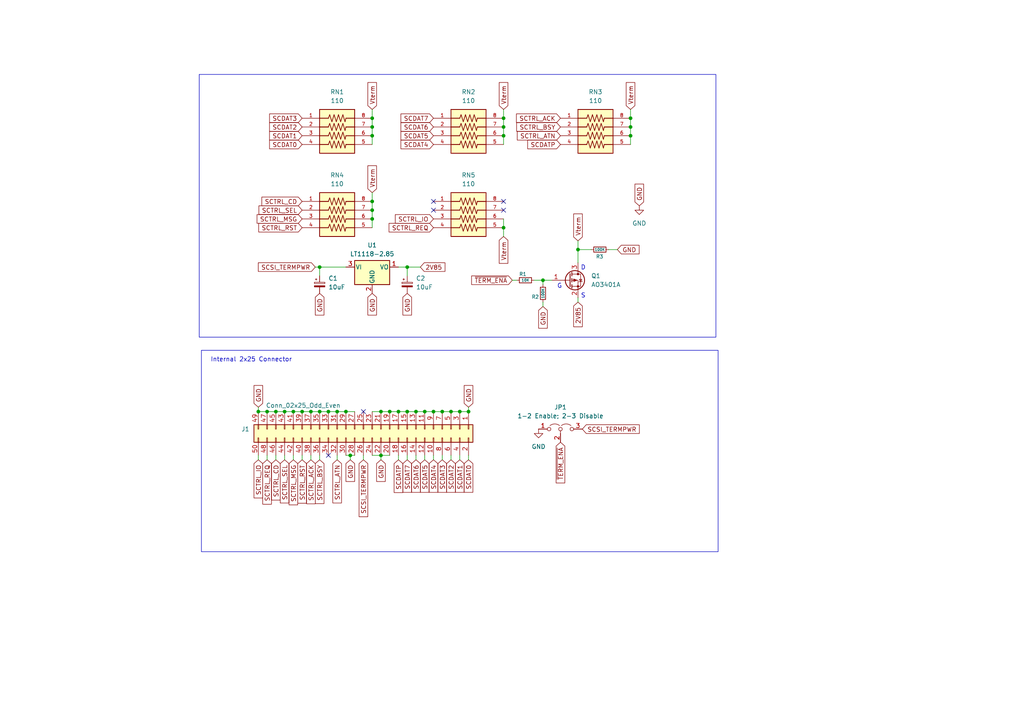
<source format=kicad_sch>
(kicad_sch (version 20250114) (generator "eeschema") (generator_version "9.0")
  (paper "A4")
  (title_block (title "A4092 backpanel PCB") (rev "PROTO0") (company "amiga.technology"))
  (lib_symbols
    (symbol "Connector_Generic:Conn_02x25_Odd_Even" (pin_names (offset 1.016) (hide yes))
      (property "Reference" "J" (at 1.27 33.02 0))
      (property "Value" "Conn_02x25_Odd_Even" (at 1.27 -33.02 0))
      (symbol "Conn_02x25_Odd_Even_1_1"
        (rectangle (start -1.27 31.75) (end 3.81 -31.75) (stroke (width 0.254)) (fill (type background)))
        (rectangle (start -1.27 30.607) (end 0 30.353) (stroke (width 0.1524)))
        (rectangle (start -1.27 28.067) (end 0 27.813) (stroke (width 0.1524)))
        (rectangle (start -1.27 25.527) (end 0 25.273) (stroke (width 0.1524)))
        (rectangle (start -1.27 22.987) (end 0 22.733) (stroke (width 0.1524)))
        (rectangle (start -1.27 20.447) (end 0 20.193) (stroke (width 0.1524)))
        (rectangle (start -1.27 17.907) (end 0 17.653) (stroke (width 0.1524)))
        (rectangle (start -1.27 15.367) (end 0 15.113) (stroke (width 0.1524)))
        (rectangle (start -1.27 12.827) (end 0 12.573) (stroke (width 0.1524)))
        (rectangle (start -1.27 10.287) (end 0 10.033) (stroke (width 0.1524)))
        (rectangle (start -1.27 7.747) (end 0 7.493) (stroke (width 0.1524)))
        (rectangle (start -1.27 5.207) (end 0 4.953) (stroke (width 0.1524)))
        (rectangle (start -1.27 2.667) (end 0 2.413) (stroke (width 0.1524)))
        (rectangle (start -1.27 0.127) (end 0 -0.127) (stroke (width 0.1524)))
        (rectangle (start -1.27 -2.413) (end 0 -2.667) (stroke (width 0.1524)))
        (rectangle (start -1.27 -4.953) (end 0 -5.207) (stroke (width 0.1524)))
        (rectangle (start -1.27 -7.493) (end 0 -7.747) (stroke (width 0.1524)))
        (rectangle (start -1.27 -10.033) (end 0 -10.287) (stroke (width 0.1524)))
        (rectangle (start -1.27 -12.573) (end 0 -12.827) (stroke (width 0.1524)))
        (rectangle (start -1.27 -15.113) (end 0 -15.367) (stroke (width 0.1524)))
        (rectangle (start -1.27 -17.653) (end 0 -17.907) (stroke (width 0.1524)))
        (rectangle (start -1.27 -20.193) (end 0 -20.447) (stroke (width 0.1524)))
        (rectangle (start -1.27 -22.733) (end 0 -22.987) (stroke (width 0.1524)))
        (rectangle (start -1.27 -25.273) (end 0 -25.527) (stroke (width 0.1524)))
        (rectangle (start -1.27 -27.813) (end 0 -28.067) (stroke (width 0.1524)))
        (rectangle (start -1.27 -30.353) (end 0 -30.607) (stroke (width 0.1524)))
        (rectangle (start 3.81 30.607) (end 2.54 30.353) (stroke (width 0.1524)))
        (rectangle (start 3.81 28.067) (end 2.54 27.813) (stroke (width 0.1524)))
        (rectangle (start 3.81 25.527) (end 2.54 25.273) (stroke (width 0.1524)))
        (rectangle (start 3.81 22.987) (end 2.54 22.733) (stroke (width 0.1524)))
        (rectangle (start 3.81 20.447) (end 2.54 20.193) (stroke (width 0.1524)))
        (rectangle (start 3.81 17.907) (end 2.54 17.653) (stroke (width 0.1524)))
        (rectangle (start 3.81 15.367) (end 2.54 15.113) (stroke (width 0.1524)))
        (rectangle (start 3.81 12.827) (end 2.54 12.573) (stroke (width 0.1524)))
        (rectangle (start 3.81 10.287) (end 2.54 10.033) (stroke (width 0.1524)))
        (rectangle (start 3.81 7.747) (end 2.54 7.493) (stroke (width 0.1524)))
        (rectangle (start 3.81 5.207) (end 2.54 4.953) (stroke (width 0.1524)))
        (rectangle (start 3.81 2.667) (end 2.54 2.413) (stroke (width 0.1524)))
        (rectangle (start 3.81 0.127) (end 2.54 -0.127) (stroke (width 0.1524)))
        (rectangle (start 3.81 -2.413) (end 2.54 -2.667) (stroke (width 0.1524)))
        (rectangle (start 3.81 -4.953) (end 2.54 -5.207) (stroke (width 0.1524)))
        (rectangle (start 3.81 -7.493) (end 2.54 -7.747) (stroke (width 0.1524)))
        (rectangle (start 3.81 -10.033) (end 2.54 -10.287) (stroke (width 0.1524)))
        (rectangle (start 3.81 -12.573) (end 2.54 -12.827) (stroke (width 0.1524)))
        (rectangle (start 3.81 -15.113) (end 2.54 -15.367) (stroke (width 0.1524)))
        (rectangle (start 3.81 -17.653) (end 2.54 -17.907) (stroke (width 0.1524)))
        (rectangle (start 3.81 -20.193) (end 2.54 -20.447) (stroke (width 0.1524)))
        (rectangle (start 3.81 -22.733) (end 2.54 -22.987) (stroke (width 0.1524)))
        (rectangle (start 3.81 -25.273) (end 2.54 -25.527) (stroke (width 0.1524)))
        (rectangle (start 3.81 -27.813) (end 2.54 -28.067) (stroke (width 0.1524)))
        (rectangle (start 3.81 -30.353) (end 2.54 -30.607) (stroke (width 0.1524)))
        (pin passive line (at -5.08 30.48 0) (length 3.81) (name "Pin_1") (number "1"))
        (pin passive line (at -5.08 27.94 0) (length 3.81) (name "Pin_3") (number "3"))
        (pin passive line (at -5.08 25.4 0) (length 3.81) (name "Pin_5") (number "5"))
        (pin passive line (at -5.08 22.86 0) (length 3.81) (name "Pin_7") (number "7"))
        (pin passive line (at -5.08 20.32 0) (length 3.81) (name "Pin_9") (number "9"))
        (pin passive line (at -5.08 17.78 0) (length 3.81) (name "Pin_11") (number "11"))
        (pin passive line (at -5.08 15.24 0) (length 3.81) (name "Pin_13") (number "13"))
        (pin passive line (at -5.08 12.7 0) (length 3.81) (name "Pin_15") (number "15"))
        (pin passive line (at -5.08 10.16 0) (length 3.81) (name "Pin_17") (number "17"))
        (pin passive line (at -5.08 7.62 0) (length 3.81) (name "Pin_19") (number "19"))
        (pin passive line (at -5.08 5.08 0) (length 3.81) (name "Pin_21") (number "21"))
        (pin passive line (at -5.08 2.54 0) (length 3.81) (name "Pin_23") (number "23"))
        (pin passive line (at -5.08 0 0) (length 3.81) (name "Pin_25") (number "25"))
        (pin passive line (at -5.08 -2.54 0) (length 3.81) (name "Pin_27") (number "27"))
        (pin passive line (at -5.08 -5.08 0) (length 3.81) (name "Pin_29") (number "29"))
        (pin passive line (at -5.08 -7.62 0) (length 3.81) (name "Pin_31") (number "31"))
        (pin passive line (at -5.08 -10.16 0) (length 3.81) (name "Pin_33") (number "33"))
        (pin passive line (at -5.08 -12.7 0) (length 3.81) (name "Pin_35") (number "35"))
        (pin passive line (at -5.08 -15.24 0) (length 3.81) (name "Pin_37") (number "37"))
        (pin passive line (at -5.08 -17.78 0) (length 3.81) (name "Pin_39") (number "39"))
        (pin passive line (at -5.08 -20.32 0) (length 3.81) (name "Pin_41") (number "41"))
        (pin passive line (at -5.08 -22.86 0) (length 3.81) (name "Pin_43") (number "43"))
        (pin passive line (at -5.08 -25.4 0) (length 3.81) (name "Pin_45") (number "45"))
        (pin passive line (at -5.08 -27.94 0) (length 3.81) (name "Pin_47") (number "47"))
        (pin passive line (at -5.08 -30.48 0) (length 3.81) (name "Pin_49") (number "49"))
        (pin passive line (at 7.62 30.48 180) (length 3.81) (name "Pin_2") (number "2"))
        (pin passive line (at 7.62 27.94 180) (length 3.81) (name "Pin_4") (number "4"))
        (pin passive line (at 7.62 25.4 180) (length 3.81) (name "Pin_6") (number "6"))
        (pin passive line (at 7.62 22.86 180) (length 3.81) (name "Pin_8") (number "8"))
        (pin passive line (at 7.62 20.32 180) (length 3.81) (name "Pin_10") (number "10"))
        (pin passive line (at 7.62 17.78 180) (length 3.81) (name "Pin_12") (number "12"))
        (pin passive line (at 7.62 15.24 180) (length 3.81) (name "Pin_14") (number "14"))
        (pin passive line (at 7.62 12.7 180) (length 3.81) (name "Pin_16") (number "16"))
        (pin passive line (at 7.62 10.16 180) (length 3.81) (name "Pin_18") (number "18"))
        (pin passive line (at 7.62 7.62 180) (length 3.81) (name "Pin_20") (number "20"))
        (pin passive line (at 7.62 5.08 180) (length 3.81) (name "Pin_22") (number "22"))
        (pin passive line (at 7.62 2.54 180) (length 3.81) (name "Pin_24") (number "24"))
        (pin passive line (at 7.62 0 180) (length 3.81) (name "Pin_26") (number "26"))
        (pin passive line (at 7.62 -2.54 180) (length 3.81) (name "Pin_28") (number "28"))
        (pin passive line (at 7.62 -5.08 180) (length 3.81) (name "Pin_30") (number "30"))
        (pin passive line (at 7.62 -7.62 180) (length 3.81) (name "Pin_32") (number "32"))
        (pin passive line (at 7.62 -10.16 180) (length 3.81) (name "Pin_34") (number "34"))
        (pin passive line (at 7.62 -12.7 180) (length 3.81) (name "Pin_36") (number "36"))
        (pin passive line (at 7.62 -15.24 180) (length 3.81) (name "Pin_38") (number "38"))
        (pin passive line (at 7.62 -17.78 180) (length 3.81) (name "Pin_40") (number "40"))
        (pin passive line (at 7.62 -20.32 180) (length 3.81) (name "Pin_42") (number "42"))
        (pin passive line (at 7.62 -22.86 180) (length 3.81) (name "Pin_44") (number "44"))
        (pin passive line (at 7.62 -25.4 180) (length 3.81) (name "Pin_46") (number "46"))
        (pin passive line (at 7.62 -27.94 180) (length 3.81) (name "Pin_48") (number "48"))
        (pin passive line (at 7.62 -30.48 180) (length 3.81) (name "Pin_50") (number "50"))
      )
    )
    (symbol "Device:C_Polarized_Small" (pin_numbers (hide yes)) (pin_names (offset 0.254) (hide yes))
      (property "Reference" "C" (at 0.254 1.778 0))
      (property "Value" "C_Polarized_Small" (at 0.254 -2.032 0))
      (symbol "C_Polarized_Small_0_1"
        (rectangle (start -1.524 0.6858) (end 1.524 0.3048))
        (rectangle (start -1.524 -0.3048) (end 1.524 -0.6858) (fill (type outline)))
        (polyline (pts (xy -1.27 1.524) (xy -0.762 1.524)))
        (polyline (pts (xy -1.016 1.27) (xy -1.016 1.778)))
      )
      (symbol "C_Polarized_Small_1_1"
        (pin passive line (at 0 2.54 270) (length 1.8542) (name "~") (number "1"))
        (pin passive line (at 0 -2.54 90) (length 1.8542) (name "~") (number "2"))
      )
    )
    (symbol "Device:R_Small" (pin_numbers (hide yes)) (pin_names (offset 0.254) (hide yes))
      (property "Reference" "R" (at 0 0 90))
      (property "Value" "R_Small" (at 1.778 0 90))
      (symbol "R_Small_0_1"
        (rectangle (start -0.762 1.778) (end 0.762 -1.778) (stroke (width 0.2032)))
      )
      (symbol "R_Small_1_1"
        (pin passive line (at 0 2.54 270) (length 0.762) (name "~") (number "1"))
        (pin passive line (at 0 -2.54 90) (length 0.762) (name "~") (number "2"))
      )
    )
    (symbol "Jumper:Jumper_3_Open" (pin_names (offset 0) (hide yes)) (in_bom no)
      (property "Reference" "JP" (at -2.54 -2.54 0))
      (property "Value" "Jumper_3_Open" (at 0 2.794 0))
      (symbol "Jumper_3_Open_0_0"
        (circle (center -3.302 0) (radius 0.508))
        (circle (center 0 0) (radius 0.508))
        (circle (center 3.302 0) (radius 0.508))
      )
      (symbol "Jumper_3_Open_0_1"
        (arc (start -3.048 1.016) (mid -1.651 1.4992) (end -0.254 1.016))
        (polyline (pts (xy 0 -0.508) (xy 0 -1.27)))
        (arc (start 0.254 1.016) (mid 1.651 1.4992) (end 3.048 1.016))
      )
      (symbol "Jumper_3_Open_1_1"
        (pin passive line (at -6.35 0 0) (length 2.54) (name "A") (number "1"))
        (pin passive line (at 0 -3.81 90) (length 2.54) (name "C") (number "2"))
        (pin passive line (at 6.35 0 180) (length 2.54) (name "B") (number "3"))
      )
    )
    (symbol "LT1118:LT1118-2.85" (pin_names (offset 0.254))
      (property "Reference" "U" (at -3.81 3.175 0))
      (property "Value" "LT1118-2.85" (at 0 3.175 0))
      (symbol "LT1118-2.85_0_1"
        (rectangle (start -5.08 1.905) (end 5.08 -5.08) (stroke (width 0.254)) (fill (type background)))
      )
      (symbol "LT1118-2.85_1_1"
        (pin power_in line (at -7.62 0 0) (length 2.54) (name "VI") (number "3"))
        (pin input line (at 0 -7.62 90) (length 2.54) (name "GND") (number "2"))
        (pin power_out line (at 7.62 0 180) (length 2.54) (name "VO") (number "1"))
      )
    )
    (symbol "Transistor_FET:AO3401A" (pin_names (hide yes))
      (property "Reference" "Q" (at 5.08 1.905 0))
      (property "Value" "AO3401A" (at 5.08 0 0))
      (symbol "AO3401A_0_1"
        (polyline (pts (xy 0.254 1.905) (xy 0.254 -1.905)) (stroke (width 0.254)))
        (polyline (pts (xy 0.254 0) (xy -2.54 0)))
        (polyline (pts (xy 0.762 2.286) (xy 0.762 1.27)) (stroke (width 0.254)))
        (polyline (pts (xy 0.762 1.778) (xy 3.302 1.778) (xy 3.302 -1.778) (xy 0.762 -1.778)))
        (polyline (pts (xy 0.762 0.508) (xy 0.762 -0.508)) (stroke (width 0.254)))
        (polyline (pts (xy 0.762 -1.27) (xy 0.762 -2.286)) (stroke (width 0.254)))
        (circle (center 1.651 0) (radius 2.794) (stroke (width 0.254)))
        (polyline (pts (xy 2.286 0) (xy 1.27 0.381) (xy 1.27 -0.381) (xy 2.286 0)) (fill (type outline)))
        (polyline (pts (xy 2.54 2.54) (xy 2.54 1.778)))
        (circle (center 2.54 1.778) (radius 0.254) (fill (type outline)))
        (circle (center 2.54 -1.778) (radius 0.254) (fill (type outline)))
        (polyline (pts (xy 2.54 -2.54) (xy 2.54 0) (xy 0.762 0)))
        (polyline (pts (xy 2.794 -0.508) (xy 2.921 -0.381) (xy 3.683 -0.381) (xy 3.81 -0.254)))
        (polyline (pts (xy 3.302 -0.381) (xy 2.921 0.254) (xy 3.683 0.254) (xy 3.302 -0.381)))
      )
      (symbol "AO3401A_1_1"
        (pin input line (at -5.08 0 0) (length 2.54) (name "G") (number "1"))
        (pin passive line (at 2.54 5.08 270) (length 2.54) (name "D") (number "3"))
        (pin passive line (at 2.54 -5.08 90) (length 2.54) (name "S") (number "2"))
      )
    )
    (symbol "YC324-FK-071KL:YC324-FK-071KL" (pin_names (offset 1.016))
      (property "Reference" "R" (at -5.08 8.128 0))
      (property "Value" "YC324-FK-071KL" (at -5.08 -7.62 0))
      (symbol "YC324-FK-071KL_0_0"
        (rectangle (start -5.08 -5.08) (end 5.08 7.62) (stroke (width 0.254)) (fill (type background)))
        (polyline (pts (xy -2.54 5.08) (xy -5.08 5.08)) (stroke (width 0.254)))
        (polyline (pts (xy -2.54 5.08) (xy -2.159 6.096)) (stroke (width 0.2032)))
        (polyline (pts (xy -2.54 2.54) (xy -5.08 2.54)) (stroke (width 0.254)))
        (polyline (pts (xy -2.54 2.54) (xy -2.159 3.556)) (stroke (width 0.2032)))
        (polyline (pts (xy -2.54 0) (xy -5.08 0)) (stroke (width 0.254)))
        (polyline (pts (xy -2.54 0) (xy -2.159 1.016)) (stroke (width 0.2032)))
        (polyline (pts (xy -2.54 -2.54) (xy -5.08 -2.54)) (stroke (width 0.254)))
        (polyline (pts (xy -2.54 -2.54) (xy -2.159 -1.524)) (stroke (width 0.2032)))
        (polyline (pts (xy -2.159 6.096) (xy -1.524 4.064)) (stroke (width 0.2032)))
        (polyline (pts (xy -2.159 3.556) (xy -1.524 1.524)) (stroke (width 0.2032)))
        (polyline (pts (xy -2.159 1.016) (xy -1.524 -1.016)) (stroke (width 0.2032)))
        (polyline (pts (xy -2.159 -1.524) (xy -1.524 -3.556)) (stroke (width 0.2032)))
        (polyline (pts (xy -1.524 4.064) (xy -0.889 6.096)) (stroke (width 0.2032)))
        (polyline (pts (xy -1.524 1.524) (xy -0.889 3.556)) (stroke (width 0.2032)))
        (polyline (pts (xy -1.524 -1.016) (xy -0.889 1.016)) (stroke (width 0.2032)))
        (polyline (pts (xy -1.524 -3.556) (xy -0.889 -1.524)) (stroke (width 0.2032)))
        (polyline (pts (xy -0.889 6.096) (xy -0.254 4.064)) (stroke (width 0.2032)))
        (polyline (pts (xy -0.889 3.556) (xy -0.254 1.524)) (stroke (width 0.2032)))
        (polyline (pts (xy -0.889 1.016) (xy -0.254 -1.016)) (stroke (width 0.2032)))
        (polyline (pts (xy -0.889 -1.524) (xy -0.254 -3.556)) (stroke (width 0.2032)))
        (polyline (pts (xy -0.254 4.064) (xy 0.381 6.096)) (stroke (width 0.2032)))
        (polyline (pts (xy -0.254 1.524) (xy 0.381 3.556)) (stroke (width 0.2032)))
        (polyline (pts (xy -0.254 -1.016) (xy 0.381 1.016)) (stroke (width 0.2032)))
        (polyline (pts (xy -0.254 -3.556) (xy 0.381 -1.524)) (stroke (width 0.2032)))
        (polyline (pts (xy 0.381 6.096) (xy 1.016 4.064)) (stroke (width 0.2032)))
        (polyline (pts (xy 0.381 3.556) (xy 1.016 1.524)) (stroke (width 0.2032)))
        (polyline (pts (xy 0.381 1.016) (xy 1.016 -1.016)) (stroke (width 0.2032)))
        (polyline (pts (xy 0.381 -1.524) (xy 1.016 -3.556)) (stroke (width 0.2032)))
        (polyline (pts (xy 1.016 4.064) (xy 1.651 6.096)) (stroke (width 0.2032)))
        (polyline (pts (xy 1.016 1.524) (xy 1.651 3.556)) (stroke (width 0.2032)))
        (polyline (pts (xy 1.016 -1.016) (xy 1.651 1.016)) (stroke (width 0.2032)))
        (polyline (pts (xy 1.016 -3.556) (xy 1.651 -1.524)) (stroke (width 0.2032)))
        (polyline (pts (xy 1.651 6.096) (xy 2.286 4.064)) (stroke (width 0.2032)))
        (polyline (pts (xy 1.651 3.556) (xy 2.286 1.524)) (stroke (width 0.2032)))
        (polyline (pts (xy 1.651 1.016) (xy 2.286 -1.016)) (stroke (width 0.2032)))
        (polyline (pts (xy 1.651 -1.524) (xy 2.286 -3.556)) (stroke (width 0.2032)))
        (polyline (pts (xy 2.286 4.064) (xy 2.54 5.08)) (stroke (width 0.2032)))
        (polyline (pts (xy 2.286 1.524) (xy 2.54 2.54)) (stroke (width 0.2032)))
        (polyline (pts (xy 2.286 -1.016) (xy 2.54 0)) (stroke (width 0.2032)))
        (polyline (pts (xy 2.286 -3.556) (xy 2.54 -2.54)) (stroke (width 0.2032)))
        (polyline (pts (xy 5.08 5.08) (xy 2.54 5.08)) (stroke (width 0.254)))
        (polyline (pts (xy 5.08 2.54) (xy 2.54 2.54)) (stroke (width 0.254)))
        (polyline (pts (xy 5.08 0) (xy 2.54 0)) (stroke (width 0.254)))
        (polyline (pts (xy 5.08 -2.54) (xy 2.54 -2.54)) (stroke (width 0.254)))
        (pin passive line (at -10.16 5.08 0) (length 5.08) (name "~") (number "1"))
        (pin passive line (at -10.16 2.54 0) (length 5.08) (name "~") (number "2"))
        (pin passive line (at -10.16 0 0) (length 5.08) (name "~") (number "3"))
        (pin passive line (at -10.16 -2.54 0) (length 5.08) (name "~") (number "4"))
        (pin passive line (at 10.16 5.08 180) (length 5.08) (name "~") (number "8"))
        (pin passive line (at 10.16 2.54 180) (length 5.08) (name "~") (number "7"))
        (pin passive line (at 10.16 0 180) (length 5.08) (name "~") (number "6"))
        (pin passive line (at 10.16 -2.54 180) (length 5.08) (name "~") (number "5"))
      )
    )
    (symbol "power:GND" (power) (pin_numbers (hide yes)) (pin_names (offset 0) (hide yes))
      (property "Value" "GND" (at 0 -3.81 0))
      (symbol "GND_0_1"
        (polyline (pts (xy 0 0) (xy 0 -1.27) (xy 1.27 -1.27) (xy 0 -2.54) (xy -1.27 -1.27) (xy 0 -1.27)))
      )
      (symbol "GND_1_1"
        (pin power_in line (at 0 0 270) (length 0) (name "~") (number "1"))
      )
    )
  )
  (rectangle (start 57.785 21.59) (end 207.645 97.79))
  (rectangle (start 58.42 101.6) (end 208.28 160.02))
  (text "Internal 2x25 Connector" (at 72.898 104.394 0) (effects (font (size 1.27 1.27))))
  (text "G" (at 162.306 83.058 0) (effects (font (size 1.27 1.27))))
  (text "D" (at 169.164 77.724 0) (effects (font (size 1.27 1.27))))
  (text "S" (at 169.164 85.852 0) (effects (font (size 1.27 1.27))))
  (junction (at 133.35 119.38))
  (junction (at 92.71 119.38))
  (junction (at 120.65 119.38))
  (junction (at 118.11 119.38))
  (junction (at 85.09 119.38))
  (junction (at 90.17 119.38))
  (junction (at 130.81 119.38))
  (junction (at 100.33 119.38))
  (junction (at 113.03 119.38))
  (junction (at 123.19 119.38))
  (junction (at 167.64 72.39))
  (junction (at 110.49 132.08))
  (junction (at 107.95 39.37))
  (junction (at 146.05 39.37))
  (junction (at 110.49 119.38))
  (junction (at 80.01 119.38))
  (junction (at 146.05 34.29))
  (junction (at 118.11 77.47))
  (junction (at 146.05 66.04))
  (junction (at 87.63 119.38))
  (junction (at 107.95 60.96))
  (junction (at 182.88 36.83))
  (junction (at 97.79 119.38))
  (junction (at 182.88 39.37))
  (junction (at 128.27 119.38))
  (junction (at 107.95 58.42))
  (junction (at 107.95 34.29))
  (junction (at 107.95 63.5))
  (junction (at 182.88 34.29))
  (junction (at 115.57 119.38))
  (junction (at 135.89 119.38))
  (junction (at 101.6 132.08))
  (junction (at 92.71 77.47))
  (junction (at 82.55 119.38))
  (junction (at 74.93 119.38))
  (junction (at 95.25 119.38))
  (junction (at 157.48 81.28))
  (junction (at 146.05 36.83))
  (junction (at 77.47 119.38))
  (junction (at 107.95 36.83))
  (junction (at 125.73 119.38))
  (no_connect (at 125.73 58.42))
  (no_connect (at 146.05 60.96))
  (no_connect (at 105.41 119.38))
  (no_connect (at 125.73 60.96))
  (no_connect (at 95.25 132.08))
  (no_connect (at 146.05 58.42))
  (wire (pts (xy 105.41 133.35) (xy 105.41 132.08)))
  (wire (pts (xy 157.48 81.28) (xy 160.02 81.28)))
  (wire (pts (xy 182.88 34.29) (xy 182.88 36.83)))
  (wire (pts (xy 107.95 58.42) (xy 107.95 60.96)))
  (wire (pts (xy 82.55 119.38) (xy 85.09 119.38)))
  (wire (pts (xy 120.65 119.38) (xy 123.19 119.38)))
  (wire (pts (xy 92.71 80.01) (xy 92.71 77.47)))
  (wire (pts (xy 123.19 133.35) (xy 123.19 132.08)))
  (wire (pts (xy 182.88 39.37) (xy 182.88 41.91)))
  (wire (pts (xy 115.57 132.08) (xy 115.57 133.35)))
  (wire (pts (xy 167.64 69.85) (xy 167.64 72.39)))
  (wire (pts (xy 80.01 132.08) (xy 80.01 133.35)))
  (wire (pts (xy 87.63 132.08) (xy 87.63 133.35)))
  (wire (pts (xy 123.19 119.38) (xy 125.73 119.38)))
  (wire (pts (xy 92.71 77.47) (xy 100.33 77.47)))
  (wire (pts (xy 146.05 68.58) (xy 146.05 66.04)))
  (wire (pts (xy 91.44 77.47) (xy 92.71 77.47)))
  (wire (pts (xy 146.05 66.04) (xy 146.05 63.5)))
  (wire (pts (xy 107.95 34.29) (xy 107.95 36.83)))
  (wire (pts (xy 146.05 31.75) (xy 146.05 34.29)))
  (wire (pts (xy 74.93 118.11) (xy 74.93 119.38)))
  (wire (pts (xy 110.49 132.08) (xy 113.03 132.08)))
  (wire (pts (xy 110.49 132.08) (xy 110.49 133.35)))
  (wire (pts (xy 85.09 132.08) (xy 85.09 133.35)))
  (wire (pts (xy 77.47 132.08) (xy 77.47 133.35)))
  (wire (pts (xy 130.81 119.38) (xy 133.35 119.38)))
  (wire (pts (xy 128.27 119.38) (xy 130.81 119.38)))
  (wire (pts (xy 100.33 132.08) (xy 101.6 132.08)))
  (wire (pts (xy 82.55 132.08) (xy 82.55 133.35)))
  (wire (pts (xy 146.05 39.37) (xy 146.05 41.91)))
  (wire (pts (xy 182.88 36.83) (xy 182.88 39.37)))
  (wire (pts (xy 179.07 72.39) (xy 176.53 72.39)))
  (wire (pts (xy 107.95 36.83) (xy 107.95 39.37)))
  (wire (pts (xy 154.94 81.28) (xy 157.48 81.28)))
  (wire (pts (xy 92.71 132.08) (xy 92.71 133.35)))
  (wire (pts (xy 121.92 77.47) (xy 118.11 77.47)))
  (wire (pts (xy 110.49 119.38) (xy 113.03 119.38)))
  (wire (pts (xy 97.79 119.38) (xy 100.33 119.38)))
  (wire (pts (xy 135.89 132.08) (xy 135.89 133.35)))
  (wire (pts (xy 100.33 119.38) (xy 102.87 119.38)))
  (wire (pts (xy 97.79 132.08) (xy 97.79 133.35)))
  (wire (pts (xy 95.25 119.38) (xy 97.79 119.38)))
  (wire (pts (xy 80.01 119.38) (xy 82.55 119.38)))
  (wire (pts (xy 107.95 55.88) (xy 107.95 58.42)))
  (wire (pts (xy 146.05 34.29) (xy 146.05 36.83)))
  (wire (pts (xy 74.93 132.08) (xy 74.93 133.35)))
  (wire (pts (xy 107.95 31.75) (xy 107.95 34.29)))
  (wire (pts (xy 125.73 119.38) (xy 128.27 119.38)))
  (wire (pts (xy 107.95 119.38) (xy 110.49 119.38)))
  (wire (pts (xy 133.35 119.38) (xy 135.89 119.38)))
  (wire (pts (xy 157.48 82.55) (xy 157.48 81.28)))
  (wire (pts (xy 128.27 132.08) (xy 128.27 133.35)))
  (wire (pts (xy 182.88 31.75) (xy 182.88 34.29)))
  (wire (pts (xy 167.64 87.63) (xy 167.64 86.36)))
  (wire (pts (xy 133.35 132.08) (xy 133.35 133.35)))
  (wire (pts (xy 90.17 119.38) (xy 92.71 119.38)))
  (wire (pts (xy 171.45 72.39) (xy 167.64 72.39)))
  (wire (pts (xy 146.05 36.83) (xy 146.05 39.37)))
  (wire (pts (xy 118.11 132.08) (xy 118.11 133.35)))
  (wire (pts (xy 92.71 119.38) (xy 95.25 119.38)))
  (wire (pts (xy 87.63 119.38) (xy 90.17 119.38)))
  (wire (pts (xy 101.6 132.08) (xy 102.87 132.08)))
  (wire (pts (xy 107.95 63.5) (xy 107.95 66.04)))
  (wire (pts (xy 101.6 132.08) (xy 101.6 133.35)))
  (wire (pts (xy 85.09 119.38) (xy 87.63 119.38)))
  (wire (pts (xy 148.59 81.28) (xy 149.86 81.28)))
  (wire (pts (xy 167.64 72.39) (xy 167.64 76.2)))
  (wire (pts (xy 90.17 132.08) (xy 90.17 133.35)))
  (wire (pts (xy 118.11 119.38) (xy 120.65 119.38)))
  (wire (pts (xy 130.81 132.08) (xy 130.81 133.35)))
  (wire (pts (xy 107.95 39.37) (xy 107.95 41.91)))
  (wire (pts (xy 113.03 119.38) (xy 115.57 119.38)))
  (wire (pts (xy 74.93 119.38) (xy 77.47 119.38)))
  (wire (pts (xy 115.57 77.47) (xy 118.11 77.47)))
  (wire (pts (xy 120.65 132.08) (xy 120.65 133.35)))
  (wire (pts (xy 77.47 119.38) (xy 80.01 119.38)))
  (wire (pts (xy 157.48 88.9) (xy 157.48 87.63)))
  (wire (pts (xy 118.11 80.01) (xy 118.11 77.47)))
  (wire (pts (xy 107.95 60.96) (xy 107.95 63.5)))
  (wire (pts (xy 107.95 132.08) (xy 110.49 132.08)))
  (wire (pts (xy 135.89 118.11) (xy 135.89 119.38)))
  (wire (pts (xy 115.57 119.38) (xy 118.11 119.38)))
  (wire (pts (xy 125.73 132.08) (xy 125.73 133.35)))
  (global_label "SCTRL_CD" (shape input) (at 80.01 133.35 270) (property "Intersheetrefs" "${INTERSHEET_REFS}" (effects (hide yes))))
  (global_label "Vterm" (shape input) (at 182.88 31.75 90) (property "Intersheetrefs" "${INTERSHEET_REFS}" (effects (hide yes))))
  (global_label "GND" (shape input) (at 135.89 118.11 90) (property "Intersheetrefs" "${INTERSHEET_REFS}" (effects (hide yes))))
  (global_label "SCTRL_MSG" (shape input) (at 85.09 133.35 270) (property "Intersheetrefs" "${INTERSHEET_REFS}" (effects (hide yes))))
  (global_label "SCTRL_MSG" (shape input) (at 87.63 63.5 180) (property "Intersheetrefs" "${INTERSHEET_REFS}" (effects (hide yes))))
  (global_label "SCDAT6" (shape input) (at 120.65 133.35 270) (property "Intersheetrefs" "${INTERSHEET_REFS}" (effects (hide yes))))
  (global_label "SCDAT0" (shape input) (at 135.89 133.35 270) (property "Intersheetrefs" "${INTERSHEET_REFS}" (effects (hide yes))))
  (global_label "~{TERM_ENA}" (shape input) (at 148.59 81.28 180) (property "Intersheetrefs" "${INTERSHEET_REFS}" (effects (hide yes))))
  (global_label "GND" (shape input) (at 110.49 133.35 270) (property "Intersheetrefs" "${INTERSHEET_REFS}" (effects (hide yes))))
  (global_label "GND" (shape input) (at 107.95 85.09 270) (property "Intersheetrefs" "${INTERSHEET_REFS}" (effects (hide yes))))
  (global_label "GND" (shape input) (at 118.11 85.09 270) (property "Intersheetrefs" "${INTERSHEET_REFS}" (effects (hide yes))))
  (global_label "SCTRL_IO" (shape input) (at 125.73 63.5 180) (property "Intersheetrefs" "${INTERSHEET_REFS}" (effects (hide yes))))
  (global_label "SCTRL_CD" (shape input) (at 87.63 58.42 180) (property "Intersheetrefs" "${INTERSHEET_REFS}" (effects (hide yes))))
  (global_label "GND" (shape input) (at 179.07 72.39 0) (property "Intersheetrefs" "${INTERSHEET_REFS}" (effects (hide yes))))
  (global_label "SCSI_TERMPWR" (shape input) (at 91.44 77.47 180) (property "Intersheetrefs" "${INTERSHEET_REFS}" (effects (hide yes))))
  (global_label "SCDAT1" (shape input) (at 133.35 133.35 270) (property "Intersheetrefs" "${INTERSHEET_REFS}" (effects (hide yes))))
  (global_label "2V85" (shape input) (at 121.92 77.47 0) (property "Intersheetrefs" "${INTERSHEET_REFS}" (effects (hide yes))))
  (global_label "SCTRL_ACK" (shape input) (at 90.17 133.35 270) (property "Intersheetrefs" "${INTERSHEET_REFS}" (effects (hide yes))))
  (global_label "SCTRL_SEL" (shape input) (at 87.63 60.96 180) (property "Intersheetrefs" "${INTERSHEET_REFS}" (effects (hide yes))))
  (global_label "SCDAT1" (shape input) (at 87.63 39.37 180) (property "Intersheetrefs" "${INTERSHEET_REFS}" (effects (hide yes))))
  (global_label "SCDAT0" (shape input) (at 87.63 41.91 180) (property "Intersheetrefs" "${INTERSHEET_REFS}" (effects (hide yes))))
  (global_label "SCDAT4" (shape input) (at 125.73 41.91 180) (property "Intersheetrefs" "${INTERSHEET_REFS}" (effects (hide yes))))
  (global_label "GND" (shape input) (at 101.6 133.35 270) (property "Intersheetrefs" "${INTERSHEET_REFS}" (effects (hide yes))))
  (global_label "SCTRL_ACK" (shape input) (at 162.56 34.29 180) (property "Intersheetrefs" "${INTERSHEET_REFS}" (effects (hide yes))))
  (global_label "GND" (shape input) (at 157.48 88.9 270) (property "Intersheetrefs" "${INTERSHEET_REFS}" (effects (hide yes))))
  (global_label "Vterm" (shape input) (at 167.64 69.85 90) (property "Intersheetrefs" "${INTERSHEET_REFS}" (effects (hide yes))))
  (global_label "2V85" (shape input) (at 167.64 87.63 270) (property "Intersheetrefs" "${INTERSHEET_REFS}" (effects (hide yes))))
  (global_label "SCTRL_RST" (shape input) (at 87.63 133.35 270) (property "Intersheetrefs" "${INTERSHEET_REFS}" (effects (hide yes))))
  (global_label "SCSI_TERMPWR" (shape input) (at 105.41 133.35 270) (property "Intersheetrefs" "${INTERSHEET_REFS}" (effects (hide yes))))
  (global_label "Vterm" (shape input) (at 146.05 68.58 270) (property "Intersheetrefs" "${INTERSHEET_REFS}" (effects (hide yes))))
  (global_label "SCDAT5" (shape input) (at 123.19 133.35 270) (property "Intersheetrefs" "${INTERSHEET_REFS}" (effects (hide yes))))
  (global_label "SCTRL_ATN" (shape input) (at 162.56 39.37 180) (property "Intersheetrefs" "${INTERSHEET_REFS}" (effects (hide yes))))
  (global_label "SCTRL_ATN" (shape input) (at 97.79 133.35 270) (property "Intersheetrefs" "${INTERSHEET_REFS}" (effects (hide yes))))
  (global_label "SCTRL_REQ" (shape input) (at 125.73 66.04 180) (property "Intersheetrefs" "${INTERSHEET_REFS}" (effects (hide yes))))
  (global_label "SCTRL_REQ" (shape input) (at 77.47 133.35 270) (property "Intersheetrefs" "${INTERSHEET_REFS}" (effects (hide yes))))
  (global_label "Vterm" (shape input) (at 107.95 31.75 90) (property "Intersheetrefs" "${INTERSHEET_REFS}" (effects (hide yes))))
  (global_label "SCDAT2" (shape input) (at 130.81 133.35 270) (property "Intersheetrefs" "${INTERSHEET_REFS}" (effects (hide yes))))
  (global_label "SCDAT5" (shape input) (at 125.73 39.37 180) (property "Intersheetrefs" "${INTERSHEET_REFS}" (effects (hide yes))))
  (global_label "GND" (shape input) (at 185.42 59.69 90) (property "Intersheetrefs" "${INTERSHEET_REFS}" (effects (hide yes))))
  (global_label "SCTRL_SEL" (shape input) (at 82.55 133.35 270) (property "Intersheetrefs" "${INTERSHEET_REFS}" (effects (hide yes))))
  (global_label "Vterm" (shape input) (at 146.05 31.75 90) (property "Intersheetrefs" "${INTERSHEET_REFS}" (effects (hide yes))))
  (global_label "SCTRL_IO" (shape input) (at 74.93 133.35 270) (property "Intersheetrefs" "${INTERSHEET_REFS}" (effects (hide yes))))
  (global_label "GND" (shape input) (at 92.71 85.09 270) (property "Intersheetrefs" "${INTERSHEET_REFS}" (effects (hide yes))))
  (global_label "SCDATP" (shape input) (at 162.56 41.91 180) (property "Intersheetrefs" "${INTERSHEET_REFS}" (effects (hide yes))))
  (global_label "SCDAT7" (shape input) (at 125.73 34.29 180) (property "Intersheetrefs" "${INTERSHEET_REFS}" (effects (hide yes))))
  (global_label "SCDAT3" (shape input) (at 87.63 34.29 180) (property "Intersheetrefs" "${INTERSHEET_REFS}" (effects (hide yes))))
  (global_label "SCDAT3" (shape input) (at 128.27 133.35 270) (property "Intersheetrefs" "${INTERSHEET_REFS}" (effects (hide yes))))
  (global_label "SCDAT7" (shape input) (at 118.11 133.35 270) (property "Intersheetrefs" "${INTERSHEET_REFS}" (effects (hide yes))))
  (global_label "~{TERM_ENA}" (shape input) (at 162.56 128.27 270) (property "Intersheetrefs" "${INTERSHEET_REFS}" (effects (hide yes))))
  (global_label "SCTRL_BSY" (shape input) (at 162.56 36.83 180) (property "Intersheetrefs" "${INTERSHEET_REFS}" (effects (hide yes))))
  (global_label "SCDAT4" (shape input) (at 125.73 133.35 270) (property "Intersheetrefs" "${INTERSHEET_REFS}" (effects (hide yes))))
  (global_label "SCDAT2" (shape input) (at 87.63 36.83 180) (property "Intersheetrefs" "${INTERSHEET_REFS}" (effects (hide yes))))
  (global_label "SCDATP" (shape input) (at 115.57 133.35 270) (property "Intersheetrefs" "${INTERSHEET_REFS}" (effects (hide yes))))
  (global_label "Vterm" (shape input) (at 107.95 55.88 90) (property "Intersheetrefs" "${INTERSHEET_REFS}" (effects (hide yes))))
  (global_label "SCSI_TERMPWR" (shape input) (at 168.91 124.46 0) (property "Intersheetrefs" "${INTERSHEET_REFS}" (effects (hide yes))))
  (global_label "SCTRL_BSY" (shape input) (at 92.71 133.35 270) (property "Intersheetrefs" "${INTERSHEET_REFS}" (effects (hide yes))))
  (global_label "GND" (shape input) (at 74.93 118.11 90) (property "Intersheetrefs" "${INTERSHEET_REFS}" (effects (hide yes))))
  (global_label "SCTRL_RST" (shape input) (at 87.63 66.04 180) (property "Intersheetrefs" "${INTERSHEET_REFS}" (effects (hide yes))))
  (global_label "SCDAT6" (shape input) (at 125.73 36.83 180) (property "Intersheetrefs" "${INTERSHEET_REFS}" (effects (hide yes))))
  (symbol (lib_id "YC324-FK-071KL:YC324-FK-071KL") (at 135.89 39.37 0) (unit 1)
    (property "Reference" "RN2" (at 135.89 26.67 0))
    (property "Value" "110" (at 135.89 29.21 0))
    (property "Footprint" "CAY16_102J4LF:BO_CAY16" (effects (hide yes)))
    (property "MAXIMUM_PACKAGE_HEIGHT" "0.7 mm" (effects (hide yes)))
    (property "PARTREV" "V.9" (effects (hide yes)))
    (property "MANUFACTURER" "Yageo" (effects (hide yes)))
    (property "SNAPEDA_PACKAGE_ID" "22941" (effects (hide yes)))
    (property "STANDARD" "IPC 7351B" (effects (hide yes)))
    (property "LCSC Part #" "C176176" (effects (hide yes)))
  )
  (symbol (lib_id "YC324-FK-071KL:YC324-FK-071KL") (at 97.79 63.5 0) (unit 1)
    (property "Reference" "RN4" (at 97.79 50.8 0))
    (property "Value" "110" (at 97.79 53.34 0))
    (property "Footprint" "CAY16_102J4LF:BO_CAY16" (effects (hide yes)))
    (property "MAXIMUM_PACKAGE_HEIGHT" "0.7 mm" (effects (hide yes)))
    (property "PARTREV" "V.9" (effects (hide yes)))
    (property "MANUFACTURER" "Yageo" (effects (hide yes)))
    (property "SNAPEDA_PACKAGE_ID" "22941" (effects (hide yes)))
    (property "STANDARD" "IPC 7351B" (effects (hide yes)))
    (property "LCSC Part #" "C176176" (effects (hide yes)))
  )
  (symbol (lib_id "Jumper:Jumper_3_Open") (at 162.56 124.46 0) (unit 1) (in_bom no)
    (property "Reference" "JP1" (at 162.56 118.11 0))
    (property "Value" "1-2 Enable; 2-3 Disable" (at 162.56 120.65 0))
    (property "Footprint" "Connector_PinHeader_2.00mm:PinHeader_1x03_P2.00mm_Horizontal" (effects (hide yes)))
    (property "Description" "Jumper, 3-pole, both open" (effects (hide yes)))
  )
  (symbol (lib_id "YC324-FK-071KL:YC324-FK-071KL") (at 135.89 63.5 0) (unit 1)
    (property "Reference" "RN5" (at 135.89 50.8 0))
    (property "Value" "110" (at 135.89 53.34 0))
    (property "Footprint" "CAY16_102J4LF:BO_CAY16" (effects (hide yes)))
    (property "MAXIMUM_PACKAGE_HEIGHT" "0.7 mm" (effects (hide yes)))
    (property "PARTREV" "V.9" (effects (hide yes)))
    (property "MANUFACTURER" "Yageo" (effects (hide yes)))
    (property "SNAPEDA_PACKAGE_ID" "22941" (effects (hide yes)))
    (property "STANDARD" "IPC 7351B" (effects (hide yes)))
    (property "LCSC Part #" "C176176" (effects (hide yes)))
  )
  (symbol (lib_id "power:GND") (at 156.21 124.46 0) (unit 1)
    (property "Reference" "#PWR02" (effects (hide yes)))
    (property "Value" "GND" (at 156.21 129.54 0))
    (property "Description" "Power symbol creates a global label with name \"GND\" , ground" (effects (hide yes)))
  )
  (symbol (lib_id "LT1118:LT1118-2.85") (at 107.95 77.47 0) (unit 1)
    (property "Reference" "U1" (at 107.95 71.12 0))
    (property "Value" "LT1118-2.85" (at 107.95 73.66 0))
    (property "Footprint" "Package_TO_SOT_SMD:SOT-223-3_TabPin2" (effects (hide yes)))
    (property "Datasheet" "http://www.advanced-monolithic.com/pdf/ds1117.pdf" (effects (hide yes)))
    (property "Description" "1A Low Dropout regulator, positive, adjustable output, TO-252" (effects (hide yes)))
    (property "LCSC Part #" "C2870974" (effects (hide yes)))
  )
  (symbol (lib_id "Device:R_Small") (at 152.4 81.28 90) (unit 1)
    (property "Reference" "R1" (at 151.638 79.502 90) (effects (font (size 1.016 1.016))))
    (property "Value" "10K" (at 152.4 81.28 90) (effects (font (size 0.762 0.762))))
    (property "Footprint" "Resistor_SMD:R_0603_1608Metric" (effects (hide yes)))
    (property "Description" "Resistor, small symbol" (effects (hide yes)))
  )
  (symbol (lib_id "Device:C_Polarized_Small") (at 92.71 82.55 0) (unit 1)
    (property "Reference" "C1" (at 95.25 80.7338 0) (effects (justify left)))
    (property "Value" "10uF" (at 95.25 83.2738 0) (effects (justify left)))
    (property "Footprint" "Capacitor_Tantalum_SMD:CP_EIA-2012-12_Kemet-R" (effects (hide yes)))
    (property "Description" "Polarized capacitor, small symbol" (effects (hide yes)))
    (property "LCSC Part #" " C7171" (effects (hide yes)))
  )
  (symbol (lib_id "Transistor_FET:AO3401A") (at 165.1 81.28 0) (unit 1)
    (property "Reference" "Q1" (at 171.45 80.0099 0) (effects (justify left)))
    (property "Value" "AO3401A" (at 171.45 82.5499 0) (effects (justify left)))
    (property "Footprint" "Package_TO_SOT_SMD:SOT-23" (effects (hide yes)))
    (property "Datasheet" "http://www.aosmd.com/pdfs/datasheet/AO3401A.pdf" (effects (hide yes)))
    (property "Description" "-4.0A Id, -30V Vds, P-Channel MOSFET, SOT-23" (effects (hide yes)))
  )
  (symbol (lib_id "YC324-FK-071KL:YC324-FK-071KL") (at 172.72 39.37 0) (unit 1)
    (property "Reference" "RN3" (at 172.72 26.67 0))
    (property "Value" "110" (at 172.72 29.21 0))
    (property "Footprint" "CAY16_102J4LF:BO_CAY16" (effects (hide yes)))
    (property "MAXIMUM_PACKAGE_HEIGHT" "0.7 mm" (effects (hide yes)))
    (property "PARTREV" "V.9" (effects (hide yes)))
    (property "MANUFACTURER" "Yageo" (effects (hide yes)))
    (property "SNAPEDA_PACKAGE_ID" "22941" (effects (hide yes)))
    (property "STANDARD" "IPC 7351B" (effects (hide yes)))
    (property "LCSC Part #" "C176176" (effects (hide yes)))
  )
  (symbol (lib_id "YC324-FK-071KL:YC324-FK-071KL") (at 97.79 39.37 0) (unit 1)
    (property "Reference" "RN1" (at 97.79 26.67 0))
    (property "Value" "110" (at 97.79 29.21 0))
    (property "Footprint" "CAY16_102J4LF:BO_CAY16" (effects (hide yes)))
    (property "MAXIMUM_PACKAGE_HEIGHT" "0.7 mm" (effects (hide yes)))
    (property "PARTREV" "V.9" (effects (hide yes)))
    (property "MANUFACTURER" "Yageo" (effects (hide yes)))
    (property "SNAPEDA_PACKAGE_ID" "22941" (effects (hide yes)))
    (property "STANDARD" "IPC 7351B" (effects (hide yes)))
    (property "LCSC Part #" "C176176" (effects (hide yes)))
  )
  (symbol (lib_id "Device:R_Small") (at 157.48 85.09 180) (unit 1)
    (property "Reference" "R2" (at 154.178 86.106 0) (effects (font (size 1.016 1.016)) (justify right)))
    (property "Value" "100K" (at 157.48 86.614 90) (effects (font (size 0.762 0.762)) (justify right)))
    (property "Footprint" "Resistor_SMD:R_0603_1608Metric" (effects (hide yes)))
    (property "Description" "Resistor, small symbol" (effects (hide yes)))
  )
  (symbol (lib_id "Device:R_Small") (at 173.99 72.39 270) (unit 1)
    (property "Reference" "R3" (at 175.006 74.422 90) (effects (font (size 1.016 1.016)) (justify right)))
    (property "Value" "100K" (at 175.514 72.39 90) (effects (font (size 0.762 0.762)) (justify right)))
    (property "Footprint" "Resistor_SMD:R_0603_1608Metric" (effects (hide yes)))
    (property "Description" "Resistor, small symbol" (effects (hide yes)))
  )
  (symbol (lib_id "Device:C_Polarized_Small") (at 118.11 82.55 0) (unit 1)
    (property "Reference" "C2" (at 120.65 80.7338 0) (effects (justify left)))
    (property "Value" "10uF" (at 120.65 83.2738 0) (effects (justify left)))
    (property "Footprint" "Capacitor_Tantalum_SMD:CP_EIA-2012-12_Kemet-R" (effects (hide yes)))
    (property "Description" "Polarized capacitor, small symbol" (effects (hide yes)))
    (property "LCSC Part #" " C7171" (effects (hide yes)))
  )
  (symbol (lib_id "power:GND") (at 185.42 59.69 0) (unit 1)
    (property "Reference" "#PWR01" (effects (hide yes)))
    (property "Value" "GND" (at 185.42 64.77 0))
    (property "Description" "Power symbol creates a global label with name \"GND\" , ground" (effects (hide yes)))
  )
  (symbol (lib_id "Connector_Generic:Conn_02x25_Odd_Even") (at 105.41 124.46 270) (unit 1)
    (property "Reference" "J1" (at 72.39 124.4599 90) (effects (justify right)))
    (property "Value" "Conn_02x25_Odd_Even" (at 98.806 117.602 90) (effects (justify right)))
    (property "Footprint" "Connector_IDC:IDC-Header_2x25_P2.54mm_Horizontal" (effects (hide yes)))
    (property "Description" "Generic connector, double row, 02x25, odd/even pin numbering scheme (row 1 odd numbers, row 2 even numbers), script generated (kicad-library-utils/schlib/autogen/connector/)" (effects (hide yes)))
    (property "LCSC Part #" "C7430330" (effects (hide yes)))
  )
)
</source>
